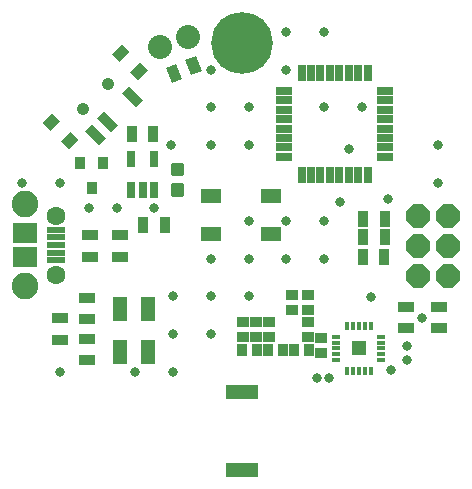
<source format=gts>
G75*
%MOIN*%
%OFA0B0*%
%FSLAX25Y25*%
%IPPOS*%
%LPD*%
%AMOC8*
5,1,8,0,0,1.08239X$1,22.5*
%
%ADD10C,0.20600*%
%ADD11R,0.05600X0.02800*%
%ADD12R,0.02800X0.05600*%
%ADD13R,0.03750X0.04143*%
%ADD14R,0.07100X0.04537*%
%ADD15R,0.05324X0.03750*%
%ADD16C,0.08000*%
%ADD17R,0.02765X0.05324*%
%ADD18C,0.06309*%
%ADD19R,0.05915X0.02175*%
%ADD20R,0.08080X0.06506*%
%ADD21C,0.08868*%
%ADD22R,0.03750X0.05324*%
%ADD23R,0.10600X0.04600*%
%ADD24R,0.04537X0.04537*%
%ADD25R,0.01781X0.03159*%
%ADD26R,0.03159X0.01781*%
%ADD27OC8,0.08000*%
%ADD28R,0.04537X0.03750*%
%ADD29R,0.03356X0.06506*%
%ADD30C,0.04143*%
%ADD31R,0.04931X0.08080*%
%ADD32C,0.01361*%
%ADD33R,0.04143X0.03356*%
%ADD34R,0.03356X0.04143*%
%ADD35C,0.03300*%
D10*
X0084620Y0162780D03*
D11*
X0098741Y0146760D03*
X0098741Y0143610D03*
X0098741Y0140461D03*
X0098741Y0137311D03*
X0098741Y0134161D03*
X0098741Y0131012D03*
X0098741Y0127862D03*
X0098741Y0124713D03*
X0132541Y0124713D03*
X0132541Y0127862D03*
X0132541Y0131012D03*
X0132541Y0134161D03*
X0132541Y0137311D03*
X0132541Y0140461D03*
X0132541Y0143610D03*
X0132541Y0146760D03*
D12*
X0126664Y0152636D03*
X0123515Y0152636D03*
X0120365Y0152636D03*
X0117215Y0152636D03*
X0114066Y0152636D03*
X0110916Y0152636D03*
X0107767Y0152636D03*
X0104617Y0152636D03*
X0104617Y0118836D03*
X0107767Y0118836D03*
X0110916Y0118836D03*
X0114066Y0118836D03*
X0117215Y0118836D03*
X0120365Y0118836D03*
X0123515Y0118836D03*
X0126664Y0118836D03*
D13*
X0038388Y0122585D03*
X0030907Y0122585D03*
X0034647Y0114317D03*
D14*
X0074314Y0111633D03*
X0074314Y0099035D03*
X0094606Y0099035D03*
X0094606Y0111633D03*
D15*
X0139331Y0074656D03*
X0139331Y0067570D03*
X0150355Y0067570D03*
X0150355Y0074656D03*
X0044205Y0091465D03*
X0044205Y0098552D03*
X0033950Y0098542D03*
X0033950Y0091456D03*
X0033032Y0077806D03*
X0033032Y0070719D03*
X0033032Y0064026D03*
X0033032Y0056940D03*
X0024011Y0063801D03*
X0024011Y0070888D03*
D16*
X0057295Y0161306D03*
X0066686Y0164742D03*
D17*
X0055352Y0123867D03*
X0047872Y0123867D03*
X0047872Y0113630D03*
X0051612Y0113630D03*
X0055352Y0113630D03*
D18*
X0022930Y0105144D03*
X0022930Y0085459D03*
D19*
X0022930Y0090183D03*
X0022930Y0092742D03*
X0022930Y0095301D03*
X0022930Y0097860D03*
X0022930Y0100419D03*
D20*
X0012300Y0099238D03*
X0012300Y0091364D03*
D21*
X0012341Y0081524D03*
X0012295Y0109096D03*
D22*
X0048065Y0132188D03*
X0055152Y0132188D03*
G36*
X0059292Y0154250D02*
X0062755Y0155685D01*
X0064792Y0150768D01*
X0061329Y0149333D01*
X0059292Y0154250D01*
G37*
G36*
X0065839Y0156962D02*
X0069302Y0158397D01*
X0071339Y0153480D01*
X0067876Y0152045D01*
X0065839Y0156962D01*
G37*
X0059017Y0101853D03*
X0051930Y0101853D03*
X0125230Y0104079D03*
X0125261Y0097867D03*
X0125146Y0091268D03*
X0132232Y0091268D03*
X0132348Y0097867D03*
X0132316Y0104079D03*
D23*
X0084611Y0046193D03*
X0084611Y0020193D03*
D24*
X0123702Y0060872D03*
D25*
X0123702Y0068352D03*
X0125670Y0068352D03*
X0127639Y0068352D03*
X0121733Y0068352D03*
X0119765Y0068352D03*
X0119765Y0053392D03*
X0121733Y0053392D03*
X0123702Y0053392D03*
X0125670Y0053392D03*
X0127639Y0053392D03*
D26*
X0131182Y0056935D03*
X0131182Y0058903D03*
X0131182Y0060872D03*
X0131182Y0062840D03*
X0131182Y0064809D03*
X0116222Y0064809D03*
X0116222Y0062840D03*
X0116222Y0060872D03*
X0116222Y0058903D03*
X0116222Y0056935D03*
D27*
X0143461Y0084976D03*
X0143461Y0094976D03*
X0143461Y0104976D03*
X0153461Y0104976D03*
X0153461Y0094976D03*
X0153461Y0084976D03*
D28*
G36*
X0047538Y0152976D02*
X0050744Y0156182D01*
X0053396Y0153530D01*
X0050190Y0150324D01*
X0047538Y0152976D01*
G37*
G36*
X0041414Y0159100D02*
X0044620Y0162306D01*
X0047272Y0159654D01*
X0044066Y0156448D01*
X0041414Y0159100D01*
G37*
G36*
X0018308Y0135994D02*
X0021514Y0139200D01*
X0024166Y0136548D01*
X0020960Y0133342D01*
X0018308Y0135994D01*
G37*
G36*
X0024432Y0129869D02*
X0027638Y0133075D01*
X0030290Y0130423D01*
X0027084Y0127217D01*
X0024432Y0129869D01*
G37*
D29*
G36*
X0032366Y0133347D02*
X0034739Y0135720D01*
X0039338Y0131121D01*
X0036965Y0128748D01*
X0032366Y0133347D01*
G37*
G36*
X0036542Y0137523D02*
X0038915Y0139896D01*
X0043514Y0135297D01*
X0041141Y0132924D01*
X0036542Y0137523D01*
G37*
G36*
X0044893Y0145875D02*
X0047266Y0148248D01*
X0051865Y0143649D01*
X0049492Y0141276D01*
X0044893Y0145875D01*
G37*
D30*
X0040028Y0148938D03*
X0031676Y0140586D03*
D31*
X0044267Y0074144D03*
X0053322Y0074144D03*
X0053322Y0059577D03*
X0044267Y0059577D03*
D32*
X0061625Y0115233D02*
X0064801Y0115233D01*
X0064801Y0112057D01*
X0061625Y0112057D01*
X0061625Y0115233D01*
X0061625Y0113417D02*
X0064801Y0113417D01*
X0064801Y0114777D02*
X0061625Y0114777D01*
X0061625Y0122138D02*
X0064801Y0122138D01*
X0064801Y0118962D01*
X0061625Y0118962D01*
X0061625Y0122138D01*
X0061625Y0120322D02*
X0064801Y0120322D01*
X0064801Y0121682D02*
X0061625Y0121682D01*
D33*
X0101493Y0078668D03*
X0101493Y0073550D03*
X0106615Y0073546D03*
X0106654Y0069735D03*
X0106654Y0064617D03*
X0111086Y0064424D03*
X0111086Y0059306D03*
X0093662Y0064617D03*
X0089331Y0064617D03*
X0085000Y0064617D03*
X0085000Y0069735D03*
X0089331Y0069735D03*
X0093662Y0069735D03*
X0106615Y0078664D03*
D34*
X0107245Y0060483D03*
X0102126Y0060483D03*
X0098583Y0060483D03*
X0093465Y0060483D03*
X0089922Y0060483D03*
X0084804Y0060483D03*
D35*
X0023977Y0053003D03*
X0049174Y0053003D03*
X0061772Y0053003D03*
X0061772Y0065601D03*
X0061772Y0078199D03*
X0074371Y0078199D03*
X0074371Y0065601D03*
X0086969Y0078199D03*
X0086969Y0090798D03*
X0086969Y0103396D03*
X0099567Y0103396D03*
X0099567Y0090798D03*
X0112166Y0090798D03*
X0112166Y0103396D03*
X0117284Y0109696D03*
X0133426Y0110680D03*
X0149961Y0115995D03*
X0149961Y0128593D03*
X0124764Y0141192D03*
X0112166Y0141192D03*
X0120434Y0127412D03*
X0099567Y0153790D03*
X0099567Y0166388D03*
X0112166Y0166388D03*
X0086969Y0141192D03*
X0074371Y0141192D03*
X0074371Y0153790D03*
X0074371Y0128593D03*
X0086969Y0128593D03*
X0060985Y0128593D03*
X0055473Y0107727D03*
X0043268Y0107727D03*
X0033819Y0107727D03*
X0023977Y0115995D03*
X0011378Y0115995D03*
X0074371Y0090798D03*
X0109804Y0051034D03*
X0113741Y0051034D03*
X0134607Y0053790D03*
X0139725Y0056940D03*
X0139725Y0061664D03*
X0144843Y0071113D03*
X0127715Y0078128D03*
M02*

</source>
